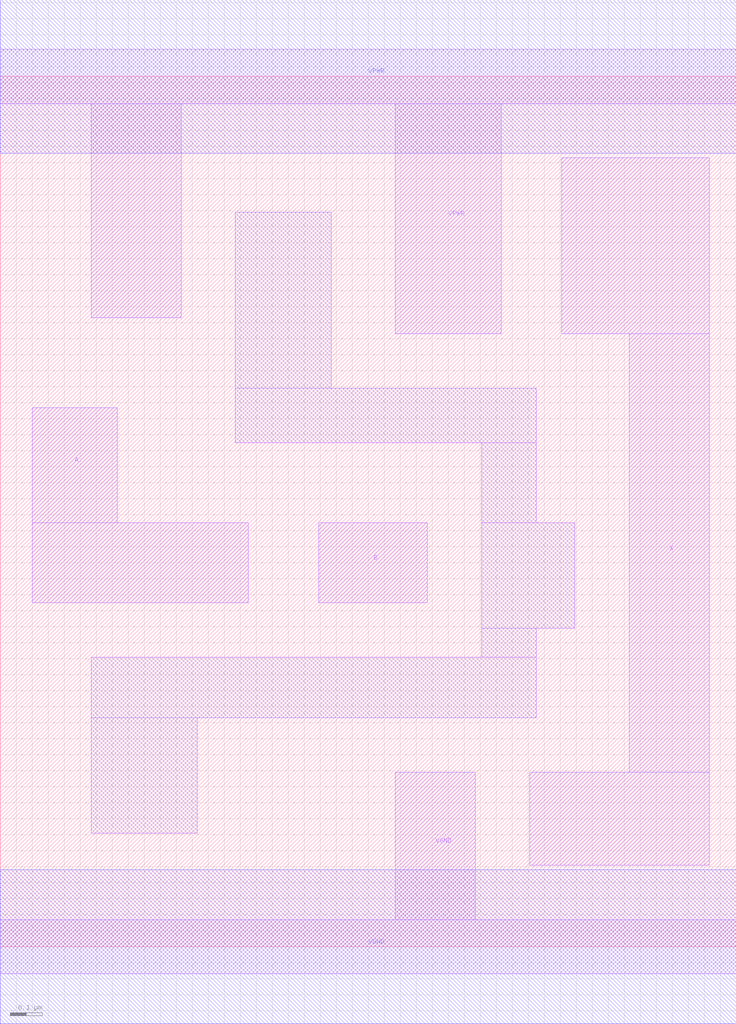
<source format=lef>
# Copyright 2020 The SkyWater PDK Authors
#
# Licensed under the Apache License, Version 2.0 (the "License");
# you may not use this file except in compliance with the License.
# You may obtain a copy of the License at
#
#     https://www.apache.org/licenses/LICENSE-2.0
#
# Unless required by applicable law or agreed to in writing, software
# distributed under the License is distributed on an "AS IS" BASIS,
# WITHOUT WARRANTIES OR CONDITIONS OF ANY KIND, either express or implied.
# See the License for the specific language governing permissions and
# limitations under the License.
#
# SPDX-License-Identifier: Apache-2.0

VERSION 5.5 ;
NAMESCASESENSITIVE ON ;
BUSBITCHARS "[]" ;
DIVIDERCHAR "/" ;
MACRO sky130_fd_sc_hd__and2_1
  CLASS CORE ;
  SOURCE USER ;
  ORIGIN  0.000000  0.000000 ;
  SIZE  2.300000 BY  2.720000 ;
  SYMMETRY X Y R90 ;
  SITE unithd ;
  PIN A
    ANTENNAGATEAREA  0.126000 ;
    DIRECTION INPUT ;
    USE SIGNAL ;
    PORT
      LAYER li1 ;
        RECT 0.100000 1.075000 0.775000 1.325000 ;
        RECT 0.100000 1.325000 0.365000 1.685000 ;
    END
  END A
  PIN B
    ANTENNAGATEAREA  0.126000 ;
    DIRECTION INPUT ;
    USE SIGNAL ;
    PORT
      LAYER li1 ;
        RECT 0.995000 1.075000 1.335000 1.325000 ;
    END
  END B
  PIN X
    ANTENNADIFFAREA  0.657000 ;
    DIRECTION OUTPUT ;
    USE SIGNAL ;
    PORT
      LAYER li1 ;
        RECT 1.655000 0.255000 2.215000 0.545000 ;
        RECT 1.755000 1.915000 2.215000 2.465000 ;
        RECT 1.965000 0.545000 2.215000 1.915000 ;
    END
  END X
  PIN VGND
    DIRECTION INOUT ;
    SHAPE ABUTMENT ;
    USE GROUND ;
    PORT
      LAYER li1 ;
        RECT 0.000000 -0.085000 2.300000 0.085000 ;
        RECT 1.235000  0.085000 1.485000 0.545000 ;
    END
    PORT
      LAYER met1 ;
        RECT 0.000000 -0.240000 2.300000 0.240000 ;
    END
  END VGND
  PIN VPWR
    DIRECTION INOUT ;
    SHAPE ABUTMENT ;
    USE POWER ;
    PORT
      LAYER li1 ;
        RECT 0.000000 2.635000 2.300000 2.805000 ;
        RECT 0.285000 1.965000 0.565000 2.635000 ;
        RECT 1.235000 1.915000 1.565000 2.635000 ;
    END
    PORT
      LAYER met1 ;
        RECT 0.000000 2.480000 2.300000 2.960000 ;
    END
  END VPWR
  OBS
    LAYER li1 ;
      RECT 0.285000 0.355000 0.615000 0.715000 ;
      RECT 0.285000 0.715000 1.675000 0.905000 ;
      RECT 0.735000 1.575000 1.675000 1.745000 ;
      RECT 0.735000 1.745000 1.035000 2.295000 ;
      RECT 1.505000 0.905000 1.675000 0.995000 ;
      RECT 1.505000 0.995000 1.795000 1.325000 ;
      RECT 1.505000 1.325000 1.675000 1.575000 ;
  END
END sky130_fd_sc_hd__and2_1

</source>
